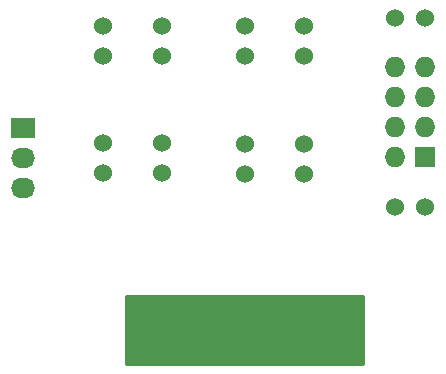
<source format=gbr>
G04 #@! TF.FileFunction,Soldermask,Top*
%FSLAX46Y46*%
G04 Gerber Fmt 4.6, Leading zero omitted, Abs format (unit mm)*
G04 Created by KiCad (PCBNEW 4.0.6-e0-6349~53~ubuntu14.04.1) date Tue Mar 28 14:19:36 2017*
%MOMM*%
%LPD*%
G01*
G04 APERTURE LIST*
%ADD10C,0.100000*%
%ADD11R,0.650240X3.599180*%
%ADD12R,0.650240X4.599940*%
%ADD13O,0.650240X0.650240*%
%ADD14R,2.032000X1.727200*%
%ADD15O,2.032000X1.727200*%
%ADD16R,1.727200X1.727200*%
%ADD17O,1.727200X1.727200*%
%ADD18C,1.524000*%
%ADD19C,0.254000*%
G04 APERTURE END LIST*
D10*
D11*
X159499600Y-99499620D03*
D12*
X158498840Y-100000000D03*
X157500620Y-100000000D03*
X156499860Y-100000000D03*
X155499100Y-100000000D03*
X154500880Y-100000000D03*
X153500120Y-100000000D03*
X152499360Y-100000000D03*
X151501140Y-100000000D03*
X150500380Y-100000000D03*
X149499620Y-100000000D03*
X144500900Y-100000000D03*
X143500140Y-100000000D03*
X142499380Y-100000000D03*
X141501160Y-100000000D03*
X140500400Y-100000000D03*
X146499880Y-100000000D03*
X145499120Y-100000000D03*
D13*
X156499860Y-102301240D03*
X155499100Y-102301240D03*
X154500880Y-102301240D03*
X153500120Y-102301240D03*
X152499360Y-102301240D03*
X151501140Y-102301240D03*
X150500380Y-102301240D03*
X144500900Y-102301240D03*
X143500140Y-102301240D03*
X157500620Y-102301240D03*
X145499120Y-102301240D03*
X142499380Y-102301240D03*
X149499620Y-102301240D03*
X146499880Y-102301240D03*
X141501160Y-102301240D03*
X140500400Y-102301240D03*
X158498840Y-102301240D03*
D14*
X131200000Y-83360000D03*
D15*
X131200000Y-85900000D03*
X131200000Y-88440000D03*
D16*
X165270000Y-85810000D03*
D17*
X162730000Y-85810000D03*
X165270000Y-83270000D03*
X162730000Y-83270000D03*
X165270000Y-80730000D03*
X162730000Y-80730000D03*
X165270000Y-78190000D03*
X162730000Y-78190000D03*
D18*
X150000000Y-84730000D03*
X150000000Y-87270000D03*
X138000000Y-84630000D03*
X138000000Y-87170000D03*
X138000000Y-77270000D03*
X138000000Y-74730000D03*
X150000000Y-77270000D03*
X150000000Y-74730000D03*
X143000000Y-84630000D03*
X143000000Y-87170000D03*
X143000000Y-77270000D03*
X143000000Y-74730000D03*
X155000000Y-77270000D03*
X155000000Y-74730000D03*
X155000000Y-84730000D03*
X155000000Y-87270000D03*
X165270000Y-74000000D03*
X162730000Y-74000000D03*
X162730000Y-90000000D03*
X165270000Y-90000000D03*
D19*
G36*
X160023000Y-103298000D02*
X139977000Y-103298000D01*
X139977000Y-97602000D01*
X160023000Y-97602000D01*
X160023000Y-103298000D01*
X160023000Y-103298000D01*
G37*
X160023000Y-103298000D02*
X139977000Y-103298000D01*
X139977000Y-97602000D01*
X160023000Y-97602000D01*
X160023000Y-103298000D01*
M02*

</source>
